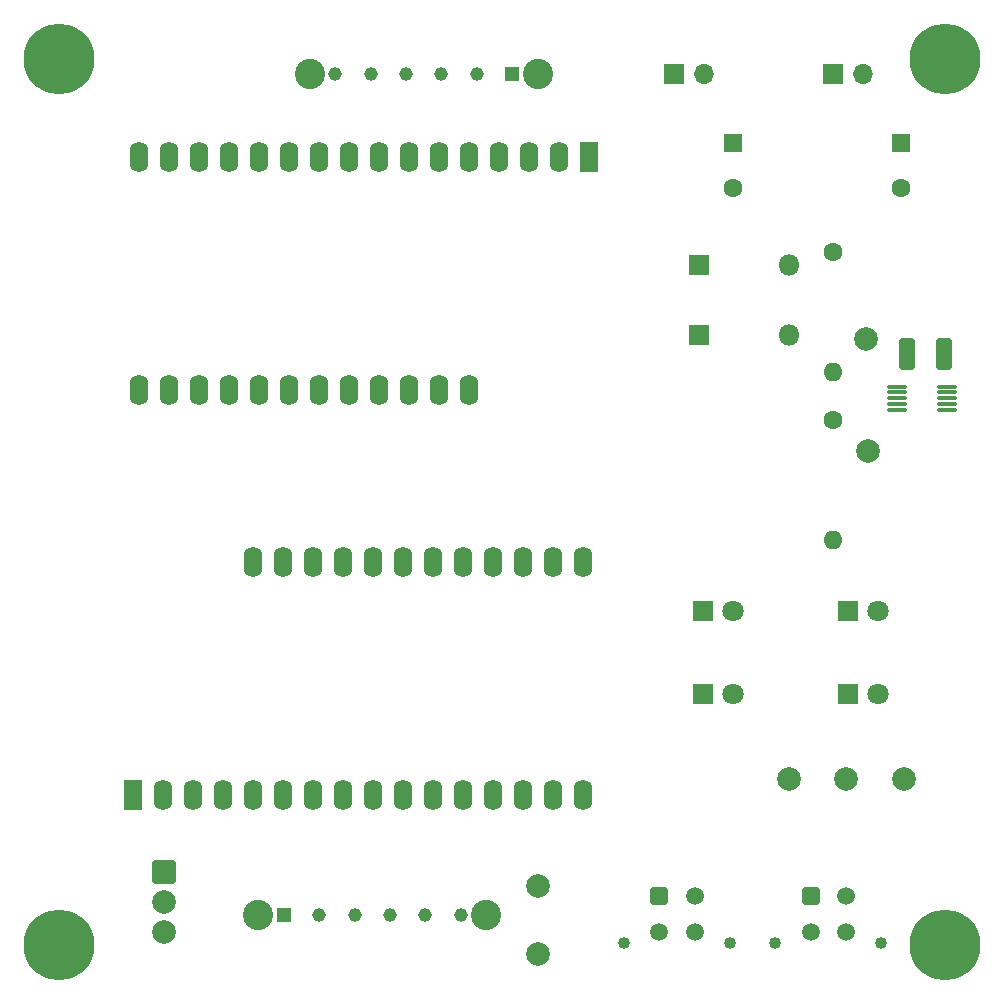
<source format=gts>
%TF.GenerationSoftware,KiCad,Pcbnew,9.0.0*%
%TF.CreationDate,2025-04-09T18:23:38-07:00*%
%TF.ProjectId,PAC Board,50414320-426f-4617-9264-2e6b69636164,rev?*%
%TF.SameCoordinates,Original*%
%TF.FileFunction,Soldermask,Top*%
%TF.FilePolarity,Negative*%
%FSLAX46Y46*%
G04 Gerber Fmt 4.6, Leading zero omitted, Abs format (unit mm)*
G04 Created by KiCad (PCBNEW 9.0.0) date 2025-04-09 18:23:38*
%MOMM*%
%LPD*%
G01*
G04 APERTURE LIST*
G04 Aperture macros list*
%AMRoundRect*
0 Rectangle with rounded corners*
0 $1 Rounding radius*
0 $2 $3 $4 $5 $6 $7 $8 $9 X,Y pos of 4 corners*
0 Add a 4 corners polygon primitive as box body*
4,1,4,$2,$3,$4,$5,$6,$7,$8,$9,$2,$3,0*
0 Add four circle primitives for the rounded corners*
1,1,$1+$1,$2,$3*
1,1,$1+$1,$4,$5*
1,1,$1+$1,$6,$7*
1,1,$1+$1,$8,$9*
0 Add four rect primitives between the rounded corners*
20,1,$1+$1,$2,$3,$4,$5,0*
20,1,$1+$1,$4,$5,$6,$7,0*
20,1,$1+$1,$6,$7,$8,$9,0*
20,1,$1+$1,$8,$9,$2,$3,0*%
G04 Aperture macros list end*
%ADD10C,2.000000*%
%ADD11RoundRect,0.087500X-0.725000X-0.087500X0.725000X-0.087500X0.725000X0.087500X-0.725000X0.087500X0*%
%ADD12RoundRect,0.250000X0.550000X-1.050000X0.550000X1.050000X-0.550000X1.050000X-0.550000X-1.050000X0*%
%ADD13O,1.600000X2.600000*%
%ADD14R,1.170000X1.170000*%
%ADD15C,1.170000*%
%ADD16C,2.560000*%
%ADD17C,6.000000*%
%ADD18R,1.700000X1.700000*%
%ADD19O,1.700000X1.700000*%
%ADD20R,1.800000X1.800000*%
%ADD21C,1.800000*%
%ADD22RoundRect,0.250000X-0.550000X1.050000X-0.550000X-1.050000X0.550000X-1.050000X0.550000X1.050000X0*%
%ADD23C,1.600000*%
%ADD24O,1.600000X1.600000*%
%ADD25R,1.600000X1.600000*%
%ADD26O,1.800000X1.800000*%
%ADD27RoundRect,0.250000X-0.750000X0.750000X-0.750000X-0.750000X0.750000X-0.750000X0.750000X0.750000X0*%
%ADD28C,1.020000*%
%ADD29RoundRect,0.250001X-0.499999X-0.499999X0.499999X-0.499999X0.499999X0.499999X-0.499999X0.499999X0*%
%ADD30C,1.500000*%
%ADD31RoundRect,0.250000X0.412500X1.100000X-0.412500X1.100000X-0.412500X-1.100000X0.412500X-1.100000X0*%
G04 APERTURE END LIST*
D10*
%TO.C,J12*%
X192000000Y-84200000D03*
%TD*%
%TO.C,J6*%
X191800000Y-74700000D03*
%TD*%
D11*
%TO.C,U1*%
X194442500Y-78750000D03*
X194442500Y-79250000D03*
X194442500Y-79750000D03*
X194442500Y-80250000D03*
X194442500Y-80750000D03*
X198667500Y-80750000D03*
X198667500Y-80250000D03*
X198667500Y-79750000D03*
X198667500Y-79250000D03*
X198667500Y-78750000D03*
%TD*%
D12*
%TO.C,A2*%
X129760000Y-113340000D03*
D13*
X132300000Y-113340000D03*
X134840000Y-113340000D03*
X137380000Y-113340000D03*
X139920000Y-113340000D03*
X142460000Y-113340000D03*
X145000000Y-113340000D03*
X147540000Y-113340000D03*
X150080000Y-113340000D03*
X152620000Y-113340000D03*
X155160000Y-113340000D03*
X157700000Y-113340000D03*
X160240000Y-113340000D03*
X162780000Y-113340000D03*
X165320000Y-113340000D03*
X167860000Y-113340000D03*
X167860000Y-93620000D03*
X165320000Y-93620000D03*
X162780000Y-93620000D03*
X160240000Y-93620000D03*
X157700000Y-93620000D03*
X155160000Y-93620000D03*
X152620000Y-93620000D03*
X150080000Y-93620000D03*
X147540000Y-93620000D03*
X145000000Y-93620000D03*
X142460000Y-93620000D03*
X139920000Y-93620000D03*
%TD*%
D14*
%TO.C,J4*%
X161850000Y-52315000D03*
D15*
X158850000Y-52315000D03*
X155850000Y-52315000D03*
X152850000Y-52315000D03*
X149850000Y-52315000D03*
X146850000Y-52315000D03*
D16*
X164000000Y-52315000D03*
X144700000Y-52315000D03*
%TD*%
D10*
%TO.C,J9*%
X164000000Y-121000000D03*
%TD*%
D17*
%TO.C,REF\u002A\u002A*%
X198500000Y-51000000D03*
%TD*%
D18*
%TO.C,J14*%
X175500000Y-52250000D03*
D19*
X178040000Y-52250000D03*
%TD*%
D10*
%TO.C,J5*%
X190125000Y-112000000D03*
%TD*%
D20*
%TO.C,D6*%
X190230000Y-104750000D03*
D21*
X192770000Y-104750000D03*
%TD*%
D20*
%TO.C,D5*%
X190230000Y-97750000D03*
D21*
X192770000Y-97750000D03*
%TD*%
D22*
%TO.C,A1*%
X168330000Y-59300000D03*
D13*
X165790000Y-59300000D03*
X163250000Y-59300000D03*
X160710000Y-59300000D03*
X158170000Y-59300000D03*
X155630000Y-59300000D03*
X153090000Y-59300000D03*
X150550000Y-59300000D03*
X148010000Y-59300000D03*
X145470000Y-59300000D03*
X142930000Y-59300000D03*
X140390000Y-59300000D03*
X137850000Y-59300000D03*
X135310000Y-59300000D03*
X132770000Y-59300000D03*
X130230000Y-59300000D03*
X130230000Y-79020000D03*
X132770000Y-79020000D03*
X135310000Y-79020000D03*
X137850000Y-79020000D03*
X140390000Y-79020000D03*
X142930000Y-79020000D03*
X145470000Y-79020000D03*
X148010000Y-79020000D03*
X150550000Y-79020000D03*
X153090000Y-79020000D03*
X155630000Y-79020000D03*
X158170000Y-79020000D03*
%TD*%
D17*
%TO.C,REF\u002A\u002A*%
X198500000Y-126000000D03*
%TD*%
D23*
%TO.C,R1*%
X189000000Y-67340000D03*
D24*
X189000000Y-77500000D03*
%TD*%
D23*
%TO.C,R2*%
X189000000Y-81590000D03*
D24*
X189000000Y-91750000D03*
%TD*%
D25*
%TO.C,C1*%
X194750000Y-58117349D03*
D23*
X194750000Y-61917349D03*
%TD*%
D20*
%TO.C,D4*%
X177980000Y-104750000D03*
D21*
X180520000Y-104750000D03*
%TD*%
D18*
%TO.C,J15*%
X189025000Y-52250000D03*
D19*
X191565000Y-52250000D03*
%TD*%
D20*
%TO.C,D2*%
X177690000Y-74420000D03*
D26*
X185310000Y-74420000D03*
%TD*%
D10*
%TO.C,J11*%
X195000000Y-112000000D03*
%TD*%
D27*
%TO.C,J1*%
X132382500Y-119855000D03*
D10*
X132382500Y-122395000D03*
X132382500Y-124935000D03*
%TD*%
D28*
%TO.C,J7*%
X184100000Y-125840000D03*
X193100000Y-125840000D03*
D29*
X187100000Y-121900000D03*
D30*
X190100000Y-121900000D03*
X187100000Y-124900000D03*
X190100000Y-124900000D03*
%TD*%
D10*
%TO.C,J8*%
X164000000Y-126750000D03*
%TD*%
D17*
%TO.C,REF\u002A\u002A*%
X123500000Y-126000000D03*
%TD*%
D20*
%TO.C,D3*%
X177980000Y-97750000D03*
D21*
X180520000Y-97750000D03*
%TD*%
D17*
%TO.C,REF\u002A\u002A*%
X123500000Y-51000000D03*
%TD*%
D25*
%TO.C,C2*%
X180500000Y-58117349D03*
D23*
X180500000Y-61917349D03*
%TD*%
D20*
%TO.C,D1*%
X177690000Y-68420000D03*
D26*
X185310000Y-68420000D03*
%TD*%
D31*
%TO.C,C3*%
X198375000Y-76000000D03*
X195250000Y-76000000D03*
%TD*%
D10*
%TO.C,J10*%
X185250000Y-112000000D03*
%TD*%
D14*
%TO.C,J3*%
X142500000Y-123505000D03*
D15*
X145500000Y-123505000D03*
X148500000Y-123505000D03*
X151500000Y-123505000D03*
X154500000Y-123505000D03*
X157500000Y-123505000D03*
D16*
X140350000Y-123505000D03*
X159650000Y-123505000D03*
%TD*%
D28*
%TO.C,J2*%
X171300000Y-125840000D03*
X180300000Y-125840000D03*
D29*
X174300000Y-121900000D03*
D30*
X177300000Y-121900000D03*
X174300000Y-124900000D03*
X177300000Y-124900000D03*
%TD*%
M02*

</source>
